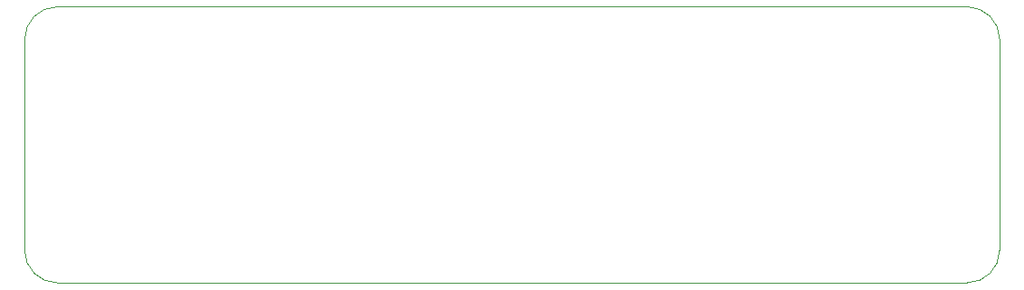
<source format=gbr>
G04 #@! TF.GenerationSoftware,KiCad,Pcbnew,5.1.5+dfsg1-2build2*
G04 #@! TF.CreationDate,2020-05-12T21:17:34+02:00*
G04 #@! TF.ProjectId,attach_hexa,61747461-6368-45f6-9865-78612e6b6963,rev?*
G04 #@! TF.SameCoordinates,Original*
G04 #@! TF.FileFunction,Profile,NP*
%FSLAX46Y46*%
G04 Gerber Fmt 4.6, Leading zero omitted, Abs format (unit mm)*
G04 Created by KiCad (PCBNEW 5.1.5+dfsg1-2build2) date 2020-05-12 21:17:34*
%MOMM*%
%LPD*%
G04 APERTURE LIST*
%ADD10C,0.050000*%
G04 APERTURE END LIST*
D10*
X223774000Y-68218000D02*
X223774000Y-87992000D01*
X132436000Y-68218000D02*
X132436000Y-87992000D01*
X135484000Y-91040000D02*
X220726000Y-91040000D01*
X135484000Y-65170000D02*
X220726000Y-65170000D01*
X135484000Y-91040000D02*
G75*
G02X132436000Y-87992000I0J3048000D01*
G01*
X132436000Y-68218000D02*
G75*
G02X135484000Y-65170000I3048000J0D01*
G01*
X220726000Y-65170000D02*
G75*
G02X223774000Y-68218000I0J-3048000D01*
G01*
X223774000Y-87992000D02*
G75*
G02X220726000Y-91040000I-3048000J0D01*
G01*
M02*

</source>
